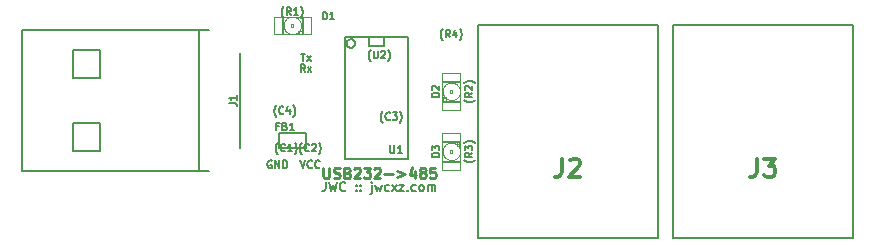
<source format=gto>
G04 (created by PCBNEW-RS274X (2011-07-08)-stable) date Fri 25 Nov 2011 09:09:20 PM EST*
G01*
G70*
G90*
%MOIN*%
G04 Gerber Fmt 3.4, Leading zero omitted, Abs format*
%FSLAX34Y34*%
G04 APERTURE LIST*
%ADD10C,0.006000*%
%ADD11C,0.006300*%
%ADD12C,0.007500*%
%ADD13C,0.008800*%
%ADD14C,0.008000*%
%ADD15C,0.005000*%
%ADD16C,0.002600*%
%ADD17C,0.004000*%
%ADD18C,0.012000*%
G04 APERTURE END LIST*
G54D10*
G54D11*
X31720Y-19796D02*
X31708Y-19785D01*
X31684Y-19749D01*
X31672Y-19725D01*
X31660Y-19689D01*
X31649Y-19630D01*
X31649Y-19582D01*
X31660Y-19523D01*
X31672Y-19487D01*
X31684Y-19463D01*
X31708Y-19427D01*
X31720Y-19415D01*
X31958Y-19677D02*
X31946Y-19689D01*
X31911Y-19701D01*
X31887Y-19701D01*
X31851Y-19689D01*
X31827Y-19665D01*
X31816Y-19642D01*
X31804Y-19594D01*
X31804Y-19558D01*
X31816Y-19511D01*
X31827Y-19487D01*
X31851Y-19463D01*
X31887Y-19451D01*
X31911Y-19451D01*
X31946Y-19463D01*
X31958Y-19475D01*
X32054Y-19475D02*
X32066Y-19463D01*
X32089Y-19451D01*
X32149Y-19451D01*
X32173Y-19463D01*
X32185Y-19475D01*
X32196Y-19499D01*
X32196Y-19523D01*
X32185Y-19558D01*
X32042Y-19701D01*
X32196Y-19701D01*
X32280Y-19796D02*
X32292Y-19785D01*
X32315Y-19749D01*
X32327Y-19725D01*
X32339Y-19689D01*
X32351Y-19630D01*
X32351Y-19582D01*
X32339Y-19523D01*
X32327Y-19487D01*
X32315Y-19463D01*
X32292Y-19427D01*
X32280Y-19415D01*
X30920Y-19796D02*
X30908Y-19785D01*
X30884Y-19749D01*
X30872Y-19725D01*
X30860Y-19689D01*
X30849Y-19630D01*
X30849Y-19582D01*
X30860Y-19523D01*
X30872Y-19487D01*
X30884Y-19463D01*
X30908Y-19427D01*
X30920Y-19415D01*
X31158Y-19677D02*
X31146Y-19689D01*
X31111Y-19701D01*
X31087Y-19701D01*
X31051Y-19689D01*
X31027Y-19665D01*
X31016Y-19642D01*
X31004Y-19594D01*
X31004Y-19558D01*
X31016Y-19511D01*
X31027Y-19487D01*
X31051Y-19463D01*
X31087Y-19451D01*
X31111Y-19451D01*
X31146Y-19463D01*
X31158Y-19475D01*
X31396Y-19701D02*
X31254Y-19701D01*
X31325Y-19701D02*
X31325Y-19451D01*
X31301Y-19487D01*
X31277Y-19511D01*
X31254Y-19523D01*
X31480Y-19796D02*
X31492Y-19785D01*
X31515Y-19749D01*
X31527Y-19725D01*
X31539Y-19689D01*
X31551Y-19630D01*
X31551Y-19582D01*
X31539Y-19523D01*
X31527Y-19487D01*
X31515Y-19463D01*
X31492Y-19427D01*
X31480Y-19415D01*
X30870Y-18546D02*
X30858Y-18535D01*
X30834Y-18499D01*
X30822Y-18475D01*
X30810Y-18439D01*
X30799Y-18380D01*
X30799Y-18332D01*
X30810Y-18273D01*
X30822Y-18237D01*
X30834Y-18213D01*
X30858Y-18177D01*
X30870Y-18165D01*
X31108Y-18427D02*
X31096Y-18439D01*
X31061Y-18451D01*
X31037Y-18451D01*
X31001Y-18439D01*
X30977Y-18415D01*
X30966Y-18392D01*
X30954Y-18344D01*
X30954Y-18308D01*
X30966Y-18261D01*
X30977Y-18237D01*
X31001Y-18213D01*
X31037Y-18201D01*
X31061Y-18201D01*
X31096Y-18213D01*
X31108Y-18225D01*
X31323Y-18285D02*
X31323Y-18451D01*
X31263Y-18189D02*
X31204Y-18368D01*
X31358Y-18368D01*
X31430Y-18546D02*
X31442Y-18535D01*
X31465Y-18499D01*
X31477Y-18475D01*
X31489Y-18439D01*
X31501Y-18380D01*
X31501Y-18332D01*
X31489Y-18273D01*
X31477Y-18237D01*
X31465Y-18213D01*
X31442Y-18177D01*
X31430Y-18165D01*
X31120Y-15246D02*
X31108Y-15235D01*
X31084Y-15199D01*
X31072Y-15175D01*
X31060Y-15139D01*
X31049Y-15080D01*
X31049Y-15032D01*
X31060Y-14973D01*
X31072Y-14937D01*
X31084Y-14913D01*
X31108Y-14877D01*
X31120Y-14865D01*
X31358Y-15151D02*
X31275Y-15032D01*
X31216Y-15151D02*
X31216Y-14901D01*
X31311Y-14901D01*
X31335Y-14913D01*
X31346Y-14925D01*
X31358Y-14949D01*
X31358Y-14985D01*
X31346Y-15008D01*
X31335Y-15020D01*
X31311Y-15032D01*
X31216Y-15032D01*
X31596Y-15151D02*
X31454Y-15151D01*
X31525Y-15151D02*
X31525Y-14901D01*
X31501Y-14937D01*
X31477Y-14961D01*
X31454Y-14973D01*
X31680Y-15246D02*
X31692Y-15235D01*
X31715Y-15199D01*
X31727Y-15175D01*
X31739Y-15139D01*
X31751Y-15080D01*
X31751Y-15032D01*
X31739Y-14973D01*
X31727Y-14937D01*
X31715Y-14913D01*
X31692Y-14877D01*
X31680Y-14865D01*
X34014Y-16696D02*
X34002Y-16685D01*
X33978Y-16649D01*
X33966Y-16625D01*
X33954Y-16589D01*
X33943Y-16530D01*
X33943Y-16482D01*
X33954Y-16423D01*
X33966Y-16387D01*
X33978Y-16363D01*
X34002Y-16327D01*
X34014Y-16315D01*
X34110Y-16351D02*
X34110Y-16554D01*
X34121Y-16577D01*
X34133Y-16589D01*
X34157Y-16601D01*
X34205Y-16601D01*
X34229Y-16589D01*
X34240Y-16577D01*
X34252Y-16554D01*
X34252Y-16351D01*
X34360Y-16375D02*
X34372Y-16363D01*
X34395Y-16351D01*
X34455Y-16351D01*
X34479Y-16363D01*
X34491Y-16375D01*
X34502Y-16399D01*
X34502Y-16423D01*
X34491Y-16458D01*
X34348Y-16601D01*
X34502Y-16601D01*
X34586Y-16696D02*
X34598Y-16685D01*
X34621Y-16649D01*
X34633Y-16625D01*
X34645Y-16589D01*
X34657Y-16530D01*
X34657Y-16482D01*
X34645Y-16423D01*
X34633Y-16387D01*
X34621Y-16363D01*
X34598Y-16327D01*
X34586Y-16315D01*
X34420Y-18746D02*
X34408Y-18735D01*
X34384Y-18699D01*
X34372Y-18675D01*
X34360Y-18639D01*
X34349Y-18580D01*
X34349Y-18532D01*
X34360Y-18473D01*
X34372Y-18437D01*
X34384Y-18413D01*
X34408Y-18377D01*
X34420Y-18365D01*
X34658Y-18627D02*
X34646Y-18639D01*
X34611Y-18651D01*
X34587Y-18651D01*
X34551Y-18639D01*
X34527Y-18615D01*
X34516Y-18592D01*
X34504Y-18544D01*
X34504Y-18508D01*
X34516Y-18461D01*
X34527Y-18437D01*
X34551Y-18413D01*
X34587Y-18401D01*
X34611Y-18401D01*
X34646Y-18413D01*
X34658Y-18425D01*
X34742Y-18401D02*
X34896Y-18401D01*
X34813Y-18496D01*
X34849Y-18496D01*
X34873Y-18508D01*
X34885Y-18520D01*
X34896Y-18544D01*
X34896Y-18604D01*
X34885Y-18627D01*
X34873Y-18639D01*
X34849Y-18651D01*
X34777Y-18651D01*
X34754Y-18639D01*
X34742Y-18627D01*
X34980Y-18746D02*
X34992Y-18735D01*
X35015Y-18699D01*
X35027Y-18675D01*
X35039Y-18639D01*
X35051Y-18580D01*
X35051Y-18532D01*
X35039Y-18473D01*
X35027Y-18437D01*
X35015Y-18413D01*
X34992Y-18377D01*
X34980Y-18365D01*
X37496Y-19980D02*
X37485Y-19992D01*
X37449Y-20016D01*
X37425Y-20028D01*
X37389Y-20040D01*
X37330Y-20051D01*
X37282Y-20051D01*
X37223Y-20040D01*
X37187Y-20028D01*
X37163Y-20016D01*
X37127Y-19992D01*
X37115Y-19980D01*
X37401Y-19742D02*
X37282Y-19825D01*
X37401Y-19884D02*
X37151Y-19884D01*
X37151Y-19789D01*
X37163Y-19765D01*
X37175Y-19754D01*
X37199Y-19742D01*
X37235Y-19742D01*
X37258Y-19754D01*
X37270Y-19765D01*
X37282Y-19789D01*
X37282Y-19884D01*
X37151Y-19658D02*
X37151Y-19504D01*
X37246Y-19587D01*
X37246Y-19551D01*
X37258Y-19527D01*
X37270Y-19515D01*
X37294Y-19504D01*
X37354Y-19504D01*
X37377Y-19515D01*
X37389Y-19527D01*
X37401Y-19551D01*
X37401Y-19623D01*
X37389Y-19646D01*
X37377Y-19658D01*
X37496Y-19420D02*
X37485Y-19408D01*
X37449Y-19385D01*
X37425Y-19373D01*
X37389Y-19361D01*
X37330Y-19349D01*
X37282Y-19349D01*
X37223Y-19361D01*
X37187Y-19373D01*
X37163Y-19385D01*
X37127Y-19408D01*
X37115Y-19420D01*
X37496Y-17980D02*
X37485Y-17992D01*
X37449Y-18016D01*
X37425Y-18028D01*
X37389Y-18040D01*
X37330Y-18051D01*
X37282Y-18051D01*
X37223Y-18040D01*
X37187Y-18028D01*
X37163Y-18016D01*
X37127Y-17992D01*
X37115Y-17980D01*
X37401Y-17742D02*
X37282Y-17825D01*
X37401Y-17884D02*
X37151Y-17884D01*
X37151Y-17789D01*
X37163Y-17765D01*
X37175Y-17754D01*
X37199Y-17742D01*
X37235Y-17742D01*
X37258Y-17754D01*
X37270Y-17765D01*
X37282Y-17789D01*
X37282Y-17884D01*
X37175Y-17646D02*
X37163Y-17634D01*
X37151Y-17611D01*
X37151Y-17551D01*
X37163Y-17527D01*
X37175Y-17515D01*
X37199Y-17504D01*
X37223Y-17504D01*
X37258Y-17515D01*
X37401Y-17658D01*
X37401Y-17504D01*
X37496Y-17420D02*
X37485Y-17408D01*
X37449Y-17385D01*
X37425Y-17373D01*
X37389Y-17361D01*
X37330Y-17349D01*
X37282Y-17349D01*
X37223Y-17361D01*
X37187Y-17373D01*
X37163Y-17385D01*
X37127Y-17408D01*
X37115Y-17420D01*
X36420Y-15996D02*
X36408Y-15985D01*
X36384Y-15949D01*
X36372Y-15925D01*
X36360Y-15889D01*
X36349Y-15830D01*
X36349Y-15782D01*
X36360Y-15723D01*
X36372Y-15687D01*
X36384Y-15663D01*
X36408Y-15627D01*
X36420Y-15615D01*
X36658Y-15901D02*
X36575Y-15782D01*
X36516Y-15901D02*
X36516Y-15651D01*
X36611Y-15651D01*
X36635Y-15663D01*
X36646Y-15675D01*
X36658Y-15699D01*
X36658Y-15735D01*
X36646Y-15758D01*
X36635Y-15770D01*
X36611Y-15782D01*
X36516Y-15782D01*
X36873Y-15735D02*
X36873Y-15901D01*
X36813Y-15639D02*
X36754Y-15818D01*
X36908Y-15818D01*
X36980Y-15996D02*
X36992Y-15985D01*
X37015Y-15949D01*
X37027Y-15925D01*
X37039Y-15889D01*
X37051Y-15830D01*
X37051Y-15782D01*
X37039Y-15723D01*
X37027Y-15687D01*
X37015Y-15663D01*
X36992Y-15627D01*
X36980Y-15615D01*
X30709Y-20013D02*
X30686Y-20001D01*
X30650Y-20001D01*
X30614Y-20013D01*
X30590Y-20037D01*
X30579Y-20061D01*
X30567Y-20108D01*
X30567Y-20144D01*
X30579Y-20192D01*
X30590Y-20215D01*
X30614Y-20239D01*
X30650Y-20251D01*
X30674Y-20251D01*
X30709Y-20239D01*
X30721Y-20227D01*
X30721Y-20144D01*
X30674Y-20144D01*
X30829Y-20251D02*
X30829Y-20001D01*
X30971Y-20251D01*
X30971Y-20001D01*
X31091Y-20251D02*
X31091Y-20001D01*
X31150Y-20001D01*
X31186Y-20013D01*
X31210Y-20037D01*
X31221Y-20061D01*
X31233Y-20108D01*
X31233Y-20144D01*
X31221Y-20192D01*
X31210Y-20215D01*
X31186Y-20239D01*
X31150Y-20251D01*
X31091Y-20251D01*
X31667Y-20001D02*
X31750Y-20251D01*
X31833Y-20001D01*
X32059Y-20227D02*
X32047Y-20239D01*
X32012Y-20251D01*
X31988Y-20251D01*
X31952Y-20239D01*
X31928Y-20215D01*
X31917Y-20192D01*
X31905Y-20144D01*
X31905Y-20108D01*
X31917Y-20061D01*
X31928Y-20037D01*
X31952Y-20013D01*
X31988Y-20001D01*
X32012Y-20001D01*
X32047Y-20013D01*
X32059Y-20025D01*
X32309Y-20227D02*
X32297Y-20239D01*
X32262Y-20251D01*
X32238Y-20251D01*
X32202Y-20239D01*
X32178Y-20215D01*
X32167Y-20192D01*
X32155Y-20144D01*
X32155Y-20108D01*
X32167Y-20061D01*
X32178Y-20037D01*
X32202Y-20013D01*
X32238Y-20001D01*
X32262Y-20001D01*
X32297Y-20013D01*
X32309Y-20025D01*
X31826Y-17051D02*
X31743Y-16932D01*
X31684Y-17051D02*
X31684Y-16801D01*
X31779Y-16801D01*
X31803Y-16813D01*
X31814Y-16825D01*
X31826Y-16849D01*
X31826Y-16885D01*
X31814Y-16908D01*
X31803Y-16920D01*
X31779Y-16932D01*
X31684Y-16932D01*
X31910Y-17051D02*
X32041Y-16885D01*
X31910Y-16885D02*
X32041Y-17051D01*
X31678Y-16451D02*
X31821Y-16451D01*
X31749Y-16701D02*
X31749Y-16451D01*
X31880Y-16701D02*
X32011Y-16535D01*
X31880Y-16535D02*
X32011Y-16701D01*
G54D12*
X32514Y-20721D02*
X32514Y-20936D01*
X32500Y-20979D01*
X32471Y-21007D01*
X32428Y-21021D01*
X32400Y-21021D01*
X32629Y-20721D02*
X32700Y-21021D01*
X32757Y-20807D01*
X32815Y-21021D01*
X32886Y-20721D01*
X33172Y-20993D02*
X33158Y-21007D01*
X33115Y-21021D01*
X33086Y-21021D01*
X33043Y-21007D01*
X33015Y-20979D01*
X33000Y-20950D01*
X32986Y-20893D01*
X32986Y-20850D01*
X33000Y-20793D01*
X33015Y-20764D01*
X33043Y-20736D01*
X33086Y-20721D01*
X33115Y-20721D01*
X33158Y-20736D01*
X33172Y-20750D01*
X33529Y-20993D02*
X33544Y-21007D01*
X33529Y-21021D01*
X33515Y-21007D01*
X33529Y-20993D01*
X33529Y-21021D01*
X33529Y-20836D02*
X33544Y-20850D01*
X33529Y-20864D01*
X33515Y-20850D01*
X33529Y-20836D01*
X33529Y-20864D01*
X33672Y-20993D02*
X33687Y-21007D01*
X33672Y-21021D01*
X33658Y-21007D01*
X33672Y-20993D01*
X33672Y-21021D01*
X33672Y-20836D02*
X33687Y-20850D01*
X33672Y-20864D01*
X33658Y-20850D01*
X33672Y-20836D01*
X33672Y-20864D01*
X34044Y-20821D02*
X34044Y-21079D01*
X34030Y-21107D01*
X34002Y-21121D01*
X33987Y-21121D01*
X34044Y-20721D02*
X34030Y-20736D01*
X34044Y-20750D01*
X34059Y-20736D01*
X34044Y-20721D01*
X34044Y-20750D01*
X34159Y-20821D02*
X34216Y-21021D01*
X34273Y-20879D01*
X34330Y-21021D01*
X34387Y-20821D01*
X34630Y-21007D02*
X34601Y-21021D01*
X34544Y-21021D01*
X34516Y-21007D01*
X34501Y-20993D01*
X34487Y-20964D01*
X34487Y-20879D01*
X34501Y-20850D01*
X34516Y-20836D01*
X34544Y-20821D01*
X34601Y-20821D01*
X34630Y-20836D01*
X34730Y-21021D02*
X34887Y-20821D01*
X34730Y-20821D02*
X34887Y-21021D01*
X34973Y-20821D02*
X35130Y-20821D01*
X34973Y-21021D01*
X35130Y-21021D01*
X35244Y-20993D02*
X35259Y-21007D01*
X35244Y-21021D01*
X35230Y-21007D01*
X35244Y-20993D01*
X35244Y-21021D01*
X35516Y-21007D02*
X35487Y-21021D01*
X35430Y-21021D01*
X35402Y-21007D01*
X35387Y-20993D01*
X35373Y-20964D01*
X35373Y-20879D01*
X35387Y-20850D01*
X35402Y-20836D01*
X35430Y-20821D01*
X35487Y-20821D01*
X35516Y-20836D01*
X35687Y-21021D02*
X35659Y-21007D01*
X35644Y-20993D01*
X35630Y-20964D01*
X35630Y-20879D01*
X35644Y-20850D01*
X35659Y-20836D01*
X35687Y-20821D01*
X35730Y-20821D01*
X35759Y-20836D01*
X35773Y-20850D01*
X35787Y-20879D01*
X35787Y-20964D01*
X35773Y-20993D01*
X35759Y-21007D01*
X35730Y-21021D01*
X35687Y-21021D01*
X35915Y-21021D02*
X35915Y-20821D01*
X35915Y-20850D02*
X35930Y-20836D01*
X35958Y-20821D01*
X36001Y-20821D01*
X36030Y-20836D01*
X36044Y-20864D01*
X36044Y-21021D01*
X36044Y-20864D02*
X36058Y-20836D01*
X36087Y-20821D01*
X36130Y-20821D01*
X36158Y-20836D01*
X36173Y-20864D01*
X36173Y-21021D01*
G54D13*
X32426Y-20242D02*
X32426Y-20525D01*
X32443Y-20558D01*
X32460Y-20575D01*
X32493Y-20592D01*
X32560Y-20592D01*
X32593Y-20575D01*
X32610Y-20558D01*
X32626Y-20525D01*
X32626Y-20242D01*
X32777Y-20575D02*
X32827Y-20592D01*
X32910Y-20592D01*
X32943Y-20575D01*
X32960Y-20558D01*
X32977Y-20525D01*
X32977Y-20492D01*
X32960Y-20458D01*
X32943Y-20442D01*
X32910Y-20425D01*
X32843Y-20408D01*
X32810Y-20392D01*
X32793Y-20375D01*
X32777Y-20342D01*
X32777Y-20308D01*
X32793Y-20275D01*
X32810Y-20258D01*
X32843Y-20242D01*
X32927Y-20242D01*
X32977Y-20258D01*
X33243Y-20408D02*
X33293Y-20425D01*
X33310Y-20442D01*
X33326Y-20475D01*
X33326Y-20525D01*
X33310Y-20558D01*
X33293Y-20575D01*
X33260Y-20592D01*
X33126Y-20592D01*
X33126Y-20242D01*
X33243Y-20242D01*
X33276Y-20258D01*
X33293Y-20275D01*
X33310Y-20308D01*
X33310Y-20342D01*
X33293Y-20375D01*
X33276Y-20392D01*
X33243Y-20408D01*
X33126Y-20408D01*
X33460Y-20275D02*
X33476Y-20258D01*
X33510Y-20242D01*
X33593Y-20242D01*
X33626Y-20258D01*
X33643Y-20275D01*
X33660Y-20308D01*
X33660Y-20342D01*
X33643Y-20392D01*
X33443Y-20592D01*
X33660Y-20592D01*
X33776Y-20242D02*
X33993Y-20242D01*
X33876Y-20375D01*
X33926Y-20375D01*
X33959Y-20392D01*
X33976Y-20408D01*
X33993Y-20442D01*
X33993Y-20525D01*
X33976Y-20558D01*
X33959Y-20575D01*
X33926Y-20592D01*
X33826Y-20592D01*
X33793Y-20575D01*
X33776Y-20558D01*
X34126Y-20275D02*
X34142Y-20258D01*
X34176Y-20242D01*
X34259Y-20242D01*
X34292Y-20258D01*
X34309Y-20275D01*
X34326Y-20308D01*
X34326Y-20342D01*
X34309Y-20392D01*
X34109Y-20592D01*
X34326Y-20592D01*
X34475Y-20458D02*
X34742Y-20458D01*
X34908Y-20358D02*
X35175Y-20458D01*
X34908Y-20558D01*
X35491Y-20358D02*
X35491Y-20592D01*
X35408Y-20225D02*
X35325Y-20475D01*
X35541Y-20475D01*
X35724Y-20392D02*
X35691Y-20375D01*
X35674Y-20358D01*
X35658Y-20325D01*
X35658Y-20308D01*
X35674Y-20275D01*
X35691Y-20258D01*
X35724Y-20242D01*
X35791Y-20242D01*
X35824Y-20258D01*
X35841Y-20275D01*
X35858Y-20308D01*
X35858Y-20325D01*
X35841Y-20358D01*
X35824Y-20375D01*
X35791Y-20392D01*
X35724Y-20392D01*
X35691Y-20408D01*
X35674Y-20425D01*
X35658Y-20458D01*
X35658Y-20525D01*
X35674Y-20558D01*
X35691Y-20575D01*
X35724Y-20592D01*
X35791Y-20592D01*
X35824Y-20575D01*
X35841Y-20558D01*
X35858Y-20525D01*
X35858Y-20458D01*
X35841Y-20425D01*
X35824Y-20408D01*
X35791Y-20392D01*
X36174Y-20242D02*
X36007Y-20242D01*
X35991Y-20408D01*
X36007Y-20392D01*
X36041Y-20375D01*
X36124Y-20375D01*
X36157Y-20392D01*
X36174Y-20408D01*
X36191Y-20442D01*
X36191Y-20525D01*
X36174Y-20558D01*
X36157Y-20575D01*
X36124Y-20592D01*
X36041Y-20592D01*
X36007Y-20575D01*
X35991Y-20558D01*
G54D14*
X22393Y-15638D02*
X22393Y-20362D01*
X28298Y-15638D02*
X28298Y-20362D01*
X28219Y-15638D02*
X22393Y-15638D01*
X28219Y-20362D02*
X22393Y-20362D01*
X28219Y-15638D02*
X28613Y-15638D01*
X28219Y-20362D02*
X28613Y-20362D01*
X29675Y-19574D02*
X29675Y-16426D01*
X24086Y-16308D02*
X24086Y-17252D01*
X24086Y-17252D02*
X24991Y-17252D01*
X24991Y-17252D02*
X24991Y-16308D01*
X24991Y-16308D02*
X24086Y-16308D01*
X24086Y-18748D02*
X24086Y-19692D01*
X24086Y-19692D02*
X24991Y-19692D01*
X24991Y-19692D02*
X24991Y-18748D01*
X24991Y-18748D02*
X24086Y-18748D01*
G54D15*
X33491Y-16100D02*
X33488Y-16127D01*
X33480Y-16153D01*
X33467Y-16178D01*
X33450Y-16199D01*
X33428Y-16216D01*
X33404Y-16229D01*
X33378Y-16238D01*
X33350Y-16240D01*
X33324Y-16238D01*
X33298Y-16230D01*
X33273Y-16217D01*
X33252Y-16200D01*
X33234Y-16179D01*
X33221Y-16155D01*
X33213Y-16129D01*
X33210Y-16101D01*
X33212Y-16075D01*
X33219Y-16049D01*
X33232Y-16024D01*
X33249Y-16003D01*
X33270Y-15985D01*
X33294Y-15971D01*
X33320Y-15963D01*
X33348Y-15960D01*
X33374Y-15962D01*
X33400Y-15969D01*
X33425Y-15981D01*
X33447Y-15998D01*
X33465Y-16019D01*
X33478Y-16043D01*
X33487Y-16069D01*
X33490Y-16097D01*
X33491Y-16100D01*
X34450Y-15900D02*
X34450Y-16200D01*
X34450Y-16200D02*
X33950Y-16200D01*
X33950Y-16200D02*
X33950Y-15900D01*
X33150Y-19950D02*
X33150Y-15900D01*
X35250Y-15900D02*
X35250Y-19950D01*
X35250Y-15900D02*
X33150Y-15900D01*
X35250Y-19950D02*
X33150Y-19950D01*
X31850Y-19600D02*
X30950Y-19600D01*
X30950Y-19600D02*
X30950Y-19100D01*
X30950Y-19100D02*
X31850Y-19100D01*
X31850Y-19100D02*
X31850Y-19600D01*
X37600Y-22600D02*
X43600Y-22600D01*
X43600Y-22600D02*
X43600Y-15500D01*
X43600Y-15500D02*
X37600Y-15500D01*
X37600Y-15500D02*
X37600Y-22600D01*
X44100Y-22600D02*
X50100Y-22600D01*
X50100Y-22600D02*
X50100Y-15500D01*
X50100Y-15500D02*
X44100Y-15500D01*
X44100Y-15500D02*
X44100Y-22600D01*
G54D16*
X36739Y-19739D02*
X36739Y-19661D01*
X36739Y-19661D02*
X36661Y-19661D01*
X36661Y-19739D02*
X36661Y-19661D01*
X36739Y-19739D02*
X36661Y-19739D01*
X36975Y-19523D02*
X36975Y-19386D01*
X36975Y-19386D02*
X36877Y-19386D01*
X36877Y-19523D02*
X36877Y-19386D01*
X36975Y-19523D02*
X36877Y-19523D01*
X36975Y-19386D02*
X36975Y-19346D01*
X36975Y-19346D02*
X36504Y-19346D01*
X36504Y-19386D02*
X36504Y-19346D01*
X36975Y-19386D02*
X36504Y-19386D01*
X36484Y-19386D02*
X36484Y-19346D01*
X36484Y-19346D02*
X36425Y-19346D01*
X36425Y-19386D02*
X36425Y-19346D01*
X36484Y-19386D02*
X36425Y-19386D01*
X36975Y-20054D02*
X36975Y-20014D01*
X36975Y-20014D02*
X36504Y-20014D01*
X36504Y-20054D02*
X36504Y-20014D01*
X36975Y-20054D02*
X36504Y-20054D01*
X36484Y-20054D02*
X36484Y-20014D01*
X36484Y-20014D02*
X36425Y-20014D01*
X36425Y-20054D02*
X36425Y-20014D01*
X36484Y-20054D02*
X36425Y-20054D01*
X36975Y-19523D02*
X36975Y-19464D01*
X36975Y-19464D02*
X36877Y-19464D01*
X36877Y-19523D02*
X36877Y-19464D01*
X36975Y-19523D02*
X36877Y-19523D01*
G54D17*
X36995Y-19090D02*
X36995Y-20310D01*
X36995Y-20310D02*
X36405Y-20310D01*
X36405Y-20310D02*
X36405Y-19090D01*
X36405Y-19090D02*
X36995Y-19090D01*
X36896Y-19914D02*
X36914Y-19896D01*
X36930Y-19877D01*
X36945Y-19856D01*
X36957Y-19834D01*
X36968Y-19811D01*
X36977Y-19787D01*
X36983Y-19763D01*
X36988Y-19738D01*
X36990Y-19713D01*
X36990Y-19688D01*
X36988Y-19663D01*
X36984Y-19638D01*
X36977Y-19613D01*
X36969Y-19590D01*
X36958Y-19567D01*
X36945Y-19545D01*
X36931Y-19524D01*
X36914Y-19504D01*
X36896Y-19486D01*
X36895Y-19485D01*
X36505Y-19915D02*
X36524Y-19931D01*
X36545Y-19945D01*
X36567Y-19958D01*
X36590Y-19969D01*
X36614Y-19977D01*
X36639Y-19984D01*
X36664Y-19988D01*
X36689Y-19990D01*
X36713Y-19990D01*
X36738Y-19988D01*
X36763Y-19983D01*
X36788Y-19977D01*
X36812Y-19968D01*
X36835Y-19957D01*
X36857Y-19944D01*
X36877Y-19930D01*
X36895Y-19915D01*
X36504Y-19486D02*
X36486Y-19504D01*
X36470Y-19523D01*
X36455Y-19544D01*
X36443Y-19566D01*
X36432Y-19589D01*
X36423Y-19613D01*
X36417Y-19637D01*
X36412Y-19662D01*
X36410Y-19687D01*
X36410Y-19712D01*
X36412Y-19737D01*
X36416Y-19762D01*
X36423Y-19787D01*
X36431Y-19810D01*
X36442Y-19833D01*
X36455Y-19855D01*
X36469Y-19876D01*
X36486Y-19896D01*
X36504Y-19914D01*
X36505Y-19915D01*
X36895Y-19485D02*
X36876Y-19469D01*
X36855Y-19455D01*
X36833Y-19442D01*
X36810Y-19431D01*
X36786Y-19423D01*
X36761Y-19416D01*
X36736Y-19412D01*
X36711Y-19410D01*
X36687Y-19410D01*
X36662Y-19412D01*
X36637Y-19417D01*
X36612Y-19423D01*
X36588Y-19432D01*
X36565Y-19443D01*
X36543Y-19456D01*
X36523Y-19470D01*
X36505Y-19485D01*
G54D16*
X36661Y-17661D02*
X36661Y-17739D01*
X36661Y-17739D02*
X36739Y-17739D01*
X36739Y-17661D02*
X36739Y-17739D01*
X36661Y-17661D02*
X36739Y-17661D01*
X36425Y-17877D02*
X36425Y-18014D01*
X36425Y-18014D02*
X36523Y-18014D01*
X36523Y-17877D02*
X36523Y-18014D01*
X36425Y-17877D02*
X36523Y-17877D01*
X36425Y-18014D02*
X36425Y-18054D01*
X36425Y-18054D02*
X36896Y-18054D01*
X36896Y-18014D02*
X36896Y-18054D01*
X36425Y-18014D02*
X36896Y-18014D01*
X36916Y-18014D02*
X36916Y-18054D01*
X36916Y-18054D02*
X36975Y-18054D01*
X36975Y-18014D02*
X36975Y-18054D01*
X36916Y-18014D02*
X36975Y-18014D01*
X36425Y-17346D02*
X36425Y-17386D01*
X36425Y-17386D02*
X36896Y-17386D01*
X36896Y-17346D02*
X36896Y-17386D01*
X36425Y-17346D02*
X36896Y-17346D01*
X36916Y-17346D02*
X36916Y-17386D01*
X36916Y-17386D02*
X36975Y-17386D01*
X36975Y-17346D02*
X36975Y-17386D01*
X36916Y-17346D02*
X36975Y-17346D01*
X36425Y-17877D02*
X36425Y-17936D01*
X36425Y-17936D02*
X36523Y-17936D01*
X36523Y-17877D02*
X36523Y-17936D01*
X36425Y-17877D02*
X36523Y-17877D01*
G54D17*
X36405Y-18310D02*
X36405Y-17090D01*
X36405Y-17090D02*
X36995Y-17090D01*
X36995Y-17090D02*
X36995Y-18310D01*
X36995Y-18310D02*
X36405Y-18310D01*
X36504Y-17486D02*
X36486Y-17504D01*
X36470Y-17523D01*
X36455Y-17544D01*
X36443Y-17566D01*
X36432Y-17589D01*
X36423Y-17613D01*
X36417Y-17637D01*
X36412Y-17662D01*
X36410Y-17687D01*
X36410Y-17712D01*
X36412Y-17737D01*
X36416Y-17762D01*
X36423Y-17787D01*
X36431Y-17810D01*
X36442Y-17833D01*
X36455Y-17855D01*
X36469Y-17876D01*
X36486Y-17896D01*
X36504Y-17914D01*
X36505Y-17915D01*
X36895Y-17485D02*
X36876Y-17469D01*
X36855Y-17455D01*
X36833Y-17442D01*
X36810Y-17431D01*
X36786Y-17423D01*
X36761Y-17416D01*
X36736Y-17412D01*
X36711Y-17410D01*
X36687Y-17410D01*
X36662Y-17412D01*
X36637Y-17417D01*
X36612Y-17423D01*
X36588Y-17432D01*
X36565Y-17443D01*
X36543Y-17456D01*
X36523Y-17470D01*
X36505Y-17485D01*
X36896Y-17914D02*
X36914Y-17896D01*
X36930Y-17877D01*
X36945Y-17856D01*
X36957Y-17834D01*
X36968Y-17811D01*
X36977Y-17787D01*
X36983Y-17763D01*
X36988Y-17738D01*
X36990Y-17713D01*
X36990Y-17688D01*
X36988Y-17663D01*
X36984Y-17638D01*
X36977Y-17613D01*
X36969Y-17590D01*
X36958Y-17567D01*
X36945Y-17545D01*
X36931Y-17524D01*
X36914Y-17504D01*
X36896Y-17486D01*
X36895Y-17485D01*
X36505Y-17915D02*
X36524Y-17931D01*
X36545Y-17945D01*
X36567Y-17958D01*
X36590Y-17969D01*
X36614Y-17977D01*
X36639Y-17984D01*
X36664Y-17988D01*
X36689Y-17990D01*
X36713Y-17990D01*
X36738Y-17988D01*
X36763Y-17983D01*
X36788Y-17977D01*
X36812Y-17968D01*
X36835Y-17957D01*
X36857Y-17944D01*
X36877Y-17930D01*
X36895Y-17915D01*
G54D16*
X31361Y-15539D02*
X31439Y-15539D01*
X31439Y-15539D02*
X31439Y-15461D01*
X31361Y-15461D02*
X31439Y-15461D01*
X31361Y-15539D02*
X31361Y-15461D01*
X31577Y-15775D02*
X31714Y-15775D01*
X31714Y-15775D02*
X31714Y-15677D01*
X31577Y-15677D02*
X31714Y-15677D01*
X31577Y-15775D02*
X31577Y-15677D01*
X31714Y-15775D02*
X31754Y-15775D01*
X31754Y-15775D02*
X31754Y-15304D01*
X31714Y-15304D02*
X31754Y-15304D01*
X31714Y-15775D02*
X31714Y-15304D01*
X31714Y-15284D02*
X31754Y-15284D01*
X31754Y-15284D02*
X31754Y-15225D01*
X31714Y-15225D02*
X31754Y-15225D01*
X31714Y-15284D02*
X31714Y-15225D01*
X31046Y-15775D02*
X31086Y-15775D01*
X31086Y-15775D02*
X31086Y-15304D01*
X31046Y-15304D02*
X31086Y-15304D01*
X31046Y-15775D02*
X31046Y-15304D01*
X31046Y-15284D02*
X31086Y-15284D01*
X31086Y-15284D02*
X31086Y-15225D01*
X31046Y-15225D02*
X31086Y-15225D01*
X31046Y-15284D02*
X31046Y-15225D01*
X31577Y-15775D02*
X31636Y-15775D01*
X31636Y-15775D02*
X31636Y-15677D01*
X31577Y-15677D02*
X31636Y-15677D01*
X31577Y-15775D02*
X31577Y-15677D01*
G54D17*
X32010Y-15795D02*
X30790Y-15795D01*
X30790Y-15795D02*
X30790Y-15205D01*
X30790Y-15205D02*
X32010Y-15205D01*
X32010Y-15205D02*
X32010Y-15795D01*
X31186Y-15696D02*
X31204Y-15714D01*
X31223Y-15730D01*
X31244Y-15745D01*
X31266Y-15757D01*
X31289Y-15768D01*
X31313Y-15777D01*
X31337Y-15783D01*
X31362Y-15788D01*
X31387Y-15790D01*
X31412Y-15790D01*
X31437Y-15788D01*
X31462Y-15784D01*
X31487Y-15777D01*
X31510Y-15769D01*
X31533Y-15758D01*
X31555Y-15745D01*
X31576Y-15731D01*
X31596Y-15714D01*
X31614Y-15696D01*
X31615Y-15695D01*
X31185Y-15305D02*
X31169Y-15324D01*
X31155Y-15345D01*
X31142Y-15367D01*
X31131Y-15390D01*
X31123Y-15414D01*
X31116Y-15439D01*
X31112Y-15464D01*
X31110Y-15489D01*
X31110Y-15513D01*
X31112Y-15538D01*
X31117Y-15563D01*
X31123Y-15588D01*
X31132Y-15612D01*
X31143Y-15635D01*
X31156Y-15657D01*
X31170Y-15677D01*
X31185Y-15695D01*
X31614Y-15304D02*
X31596Y-15286D01*
X31577Y-15270D01*
X31556Y-15255D01*
X31534Y-15243D01*
X31511Y-15232D01*
X31487Y-15223D01*
X31463Y-15217D01*
X31438Y-15212D01*
X31413Y-15210D01*
X31388Y-15210D01*
X31363Y-15212D01*
X31338Y-15216D01*
X31313Y-15223D01*
X31290Y-15231D01*
X31267Y-15242D01*
X31245Y-15255D01*
X31224Y-15269D01*
X31204Y-15286D01*
X31186Y-15304D01*
X31185Y-15305D01*
X31615Y-15695D02*
X31631Y-15676D01*
X31645Y-15655D01*
X31658Y-15633D01*
X31669Y-15610D01*
X31677Y-15586D01*
X31684Y-15561D01*
X31688Y-15536D01*
X31690Y-15511D01*
X31690Y-15487D01*
X31688Y-15462D01*
X31683Y-15437D01*
X31677Y-15412D01*
X31668Y-15388D01*
X31657Y-15365D01*
X31644Y-15343D01*
X31630Y-15323D01*
X31615Y-15305D01*
G54D10*
X29301Y-18083D02*
X29480Y-18083D01*
X29515Y-18095D01*
X29539Y-18119D01*
X29551Y-18154D01*
X29551Y-18178D01*
X29551Y-17834D02*
X29551Y-17976D01*
X29551Y-17905D02*
X29301Y-17905D01*
X29337Y-17929D01*
X29361Y-17953D01*
X29373Y-17976D01*
X34660Y-19501D02*
X34660Y-19704D01*
X34671Y-19727D01*
X34683Y-19739D01*
X34707Y-19751D01*
X34755Y-19751D01*
X34779Y-19739D01*
X34790Y-19727D01*
X34802Y-19704D01*
X34802Y-19501D01*
X35052Y-19751D02*
X34910Y-19751D01*
X34981Y-19751D02*
X34981Y-19501D01*
X34957Y-19537D01*
X34933Y-19561D01*
X34910Y-19573D01*
X30942Y-18870D02*
X30859Y-18870D01*
X30859Y-19001D02*
X30859Y-18751D01*
X30978Y-18751D01*
X31156Y-18870D02*
X31192Y-18882D01*
X31203Y-18894D01*
X31215Y-18918D01*
X31215Y-18954D01*
X31203Y-18977D01*
X31192Y-18989D01*
X31168Y-19001D01*
X31073Y-19001D01*
X31073Y-18751D01*
X31156Y-18751D01*
X31180Y-18763D01*
X31192Y-18775D01*
X31203Y-18799D01*
X31203Y-18823D01*
X31192Y-18846D01*
X31180Y-18858D01*
X31156Y-18870D01*
X31073Y-18870D01*
X31453Y-19001D02*
X31311Y-19001D01*
X31382Y-19001D02*
X31382Y-18751D01*
X31358Y-18787D01*
X31334Y-18811D01*
X31311Y-18823D01*
G54D18*
X40400Y-19943D02*
X40400Y-20371D01*
X40372Y-20457D01*
X40315Y-20514D01*
X40229Y-20543D01*
X40172Y-20543D01*
X40657Y-20000D02*
X40686Y-19971D01*
X40743Y-19943D01*
X40886Y-19943D01*
X40943Y-19971D01*
X40972Y-20000D01*
X41000Y-20057D01*
X41000Y-20114D01*
X40972Y-20200D01*
X40629Y-20543D01*
X41000Y-20543D01*
X46900Y-19943D02*
X46900Y-20371D01*
X46872Y-20457D01*
X46815Y-20514D01*
X46729Y-20543D01*
X46672Y-20543D01*
X47129Y-19943D02*
X47500Y-19943D01*
X47300Y-20171D01*
X47386Y-20171D01*
X47443Y-20200D01*
X47472Y-20229D01*
X47500Y-20286D01*
X47500Y-20429D01*
X47472Y-20486D01*
X47443Y-20514D01*
X47386Y-20543D01*
X47214Y-20543D01*
X47157Y-20514D01*
X47129Y-20486D01*
G54D10*
X36301Y-19884D02*
X36051Y-19884D01*
X36051Y-19825D01*
X36063Y-19789D01*
X36087Y-19765D01*
X36111Y-19754D01*
X36158Y-19742D01*
X36194Y-19742D01*
X36242Y-19754D01*
X36265Y-19765D01*
X36289Y-19789D01*
X36301Y-19825D01*
X36301Y-19884D01*
X36051Y-19658D02*
X36051Y-19504D01*
X36146Y-19587D01*
X36146Y-19551D01*
X36158Y-19527D01*
X36170Y-19515D01*
X36194Y-19504D01*
X36254Y-19504D01*
X36277Y-19515D01*
X36289Y-19527D01*
X36301Y-19551D01*
X36301Y-19623D01*
X36289Y-19646D01*
X36277Y-19658D01*
X36301Y-17884D02*
X36051Y-17884D01*
X36051Y-17825D01*
X36063Y-17789D01*
X36087Y-17765D01*
X36111Y-17754D01*
X36158Y-17742D01*
X36194Y-17742D01*
X36242Y-17754D01*
X36265Y-17765D01*
X36289Y-17789D01*
X36301Y-17825D01*
X36301Y-17884D01*
X36075Y-17646D02*
X36063Y-17634D01*
X36051Y-17611D01*
X36051Y-17551D01*
X36063Y-17527D01*
X36075Y-17515D01*
X36099Y-17504D01*
X36123Y-17504D01*
X36158Y-17515D01*
X36301Y-17658D01*
X36301Y-17504D01*
X32416Y-15301D02*
X32416Y-15051D01*
X32475Y-15051D01*
X32511Y-15063D01*
X32535Y-15087D01*
X32546Y-15111D01*
X32558Y-15158D01*
X32558Y-15194D01*
X32546Y-15242D01*
X32535Y-15265D01*
X32511Y-15289D01*
X32475Y-15301D01*
X32416Y-15301D01*
X32796Y-15301D02*
X32654Y-15301D01*
X32725Y-15301D02*
X32725Y-15051D01*
X32701Y-15087D01*
X32677Y-15111D01*
X32654Y-15123D01*
M02*

</source>
